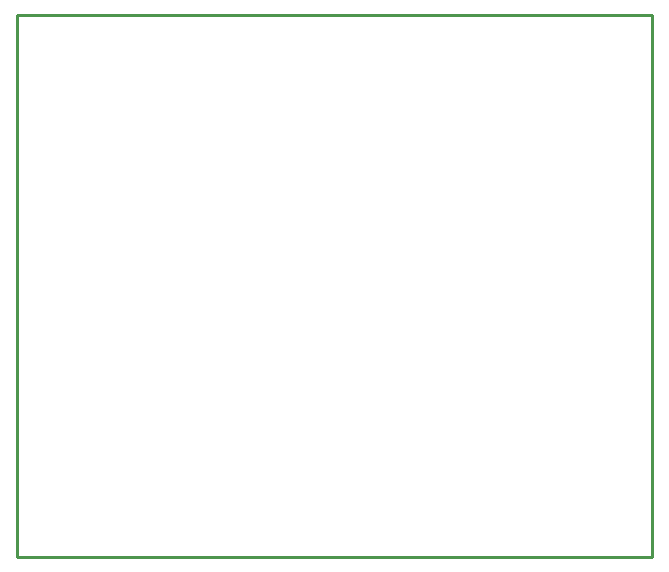
<source format=gko>
G04 Layer: BoardOutlineLayer*
G04 EasyEDA v6.5.22, 2022-11-10 10:58:02*
G04 b15eef10417c41dab364ff867fe718c8,4d8ab2db40884aeb91e54047068f32cb,10*
G04 Gerber Generator version 0.2*
G04 Scale: 100 percent, Rotated: No, Reflected: No *
G04 Dimensions in inches *
G04 leading zeros omitted , absolute positions ,3 integer and 6 decimal *
%FSLAX36Y36*%
%MOIN*%

%ADD10C,0.0100*%
D10*
X300000Y1770000D02*
G01*
X2405000Y1770000D01*
X2405000Y-35000D01*
X290000Y-35000D01*
X290000Y1770000D01*
X300000Y1770000D01*

%LPD*%
M02*

</source>
